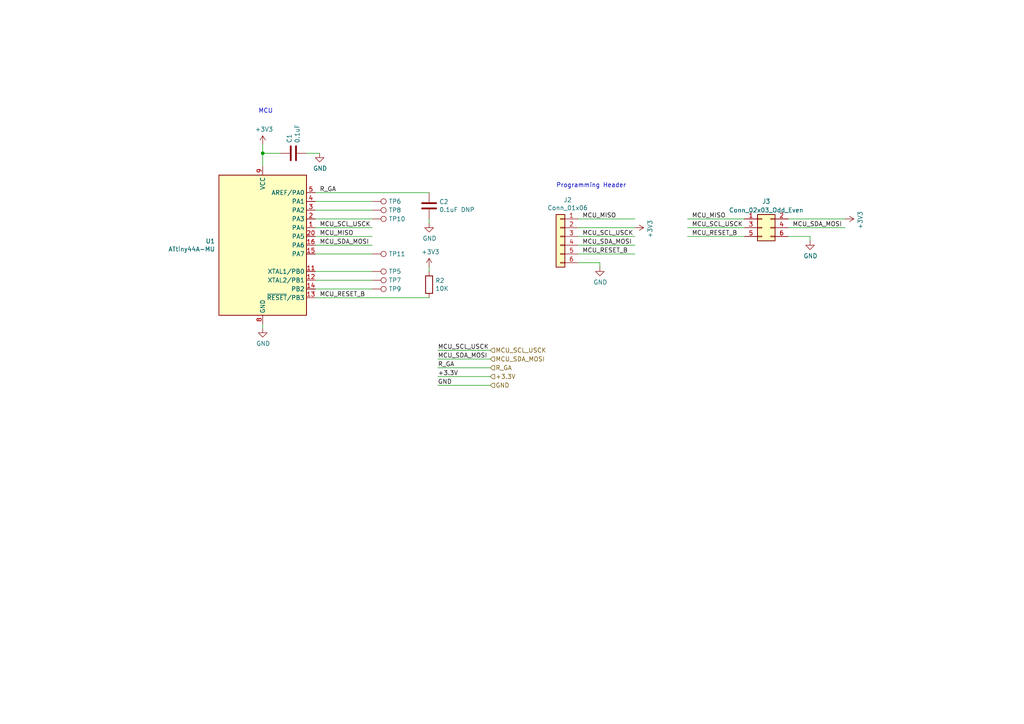
<source format=kicad_sch>
(kicad_sch (version 20230121) (generator eeschema)

  (uuid c9878050-6b92-4019-a874-cf7052b32e80)

  (paper "A4")

  (lib_symbols
    (symbol "Connector:TestPoint" (pin_numbers hide) (pin_names (offset 0.762) hide) (in_bom yes) (on_board yes)
      (property "Reference" "TP" (at 0 6.858 0)
        (effects (font (size 1.27 1.27)))
      )
      (property "Value" "TestPoint" (at 0 5.08 0)
        (effects (font (size 1.27 1.27)))
      )
      (property "Footprint" "" (at 5.08 0 0)
        (effects (font (size 1.27 1.27)) hide)
      )
      (property "Datasheet" "~" (at 5.08 0 0)
        (effects (font (size 1.27 1.27)) hide)
      )
      (property "ki_keywords" "test point tp" (at 0 0 0)
        (effects (font (size 1.27 1.27)) hide)
      )
      (property "ki_description" "test point" (at 0 0 0)
        (effects (font (size 1.27 1.27)) hide)
      )
      (property "ki_fp_filters" "Pin* Test*" (at 0 0 0)
        (effects (font (size 1.27 1.27)) hide)
      )
      (symbol "TestPoint_0_1"
        (circle (center 0 3.302) (radius 0.762)
          (stroke (width 0) (type default))
          (fill (type none))
        )
      )
      (symbol "TestPoint_1_1"
        (pin passive line (at 0 0 90) (length 2.54)
          (name "1" (effects (font (size 1.27 1.27))))
          (number "1" (effects (font (size 1.27 1.27))))
        )
      )
    )
    (symbol "Connector_Generic:Conn_01x06" (pin_names (offset 1.016) hide) (in_bom yes) (on_board yes)
      (property "Reference" "J" (at 0 7.62 0)
        (effects (font (size 1.27 1.27)))
      )
      (property "Value" "Conn_01x06" (at 0 -10.16 0)
        (effects (font (size 1.27 1.27)))
      )
      (property "Footprint" "" (at 0 0 0)
        (effects (font (size 1.27 1.27)) hide)
      )
      (property "Datasheet" "~" (at 0 0 0)
        (effects (font (size 1.27 1.27)) hide)
      )
      (property "ki_keywords" "connector" (at 0 0 0)
        (effects (font (size 1.27 1.27)) hide)
      )
      (property "ki_description" "Generic connector, single row, 01x06, script generated (kicad-library-utils/schlib/autogen/connector/)" (at 0 0 0)
        (effects (font (size 1.27 1.27)) hide)
      )
      (property "ki_fp_filters" "Connector*:*_1x??_*" (at 0 0 0)
        (effects (font (size 1.27 1.27)) hide)
      )
      (symbol "Conn_01x06_1_1"
        (rectangle (start -1.27 -7.493) (end 0 -7.747)
          (stroke (width 0.1524) (type default))
          (fill (type none))
        )
        (rectangle (start -1.27 -4.953) (end 0 -5.207)
          (stroke (width 0.1524) (type default))
          (fill (type none))
        )
        (rectangle (start -1.27 -2.413) (end 0 -2.667)
          (stroke (width 0.1524) (type default))
          (fill (type none))
        )
        (rectangle (start -1.27 0.127) (end 0 -0.127)
          (stroke (width 0.1524) (type default))
          (fill (type none))
        )
        (rectangle (start -1.27 2.667) (end 0 2.413)
          (stroke (width 0.1524) (type default))
          (fill (type none))
        )
        (rectangle (start -1.27 5.207) (end 0 4.953)
          (stroke (width 0.1524) (type default))
          (fill (type none))
        )
        (rectangle (start -1.27 6.35) (end 1.27 -8.89)
          (stroke (width 0.254) (type default))
          (fill (type background))
        )
        (pin passive line (at -5.08 5.08 0) (length 3.81)
          (name "Pin_1" (effects (font (size 1.27 1.27))))
          (number "1" (effects (font (size 1.27 1.27))))
        )
        (pin passive line (at -5.08 2.54 0) (length 3.81)
          (name "Pin_2" (effects (font (size 1.27 1.27))))
          (number "2" (effects (font (size 1.27 1.27))))
        )
        (pin passive line (at -5.08 0 0) (length 3.81)
          (name "Pin_3" (effects (font (size 1.27 1.27))))
          (number "3" (effects (font (size 1.27 1.27))))
        )
        (pin passive line (at -5.08 -2.54 0) (length 3.81)
          (name "Pin_4" (effects (font (size 1.27 1.27))))
          (number "4" (effects (font (size 1.27 1.27))))
        )
        (pin passive line (at -5.08 -5.08 0) (length 3.81)
          (name "Pin_5" (effects (font (size 1.27 1.27))))
          (number "5" (effects (font (size 1.27 1.27))))
        )
        (pin passive line (at -5.08 -7.62 0) (length 3.81)
          (name "Pin_6" (effects (font (size 1.27 1.27))))
          (number "6" (effects (font (size 1.27 1.27))))
        )
      )
    )
    (symbol "Connector_Generic:Conn_02x03_Odd_Even" (pin_names (offset 1.016) hide) (in_bom yes) (on_board yes)
      (property "Reference" "J" (at 1.27 5.08 0)
        (effects (font (size 1.27 1.27)))
      )
      (property "Value" "Conn_02x03_Odd_Even" (at 1.27 -5.08 0)
        (effects (font (size 1.27 1.27)))
      )
      (property "Footprint" "" (at 0 0 0)
        (effects (font (size 1.27 1.27)) hide)
      )
      (property "Datasheet" "~" (at 0 0 0)
        (effects (font (size 1.27 1.27)) hide)
      )
      (property "ki_keywords" "connector" (at 0 0 0)
        (effects (font (size 1.27 1.27)) hide)
      )
      (property "ki_description" "Generic connector, double row, 02x03, odd/even pin numbering scheme (row 1 odd numbers, row 2 even numbers), script generated (kicad-library-utils/schlib/autogen/connector/)" (at 0 0 0)
        (effects (font (size 1.27 1.27)) hide)
      )
      (property "ki_fp_filters" "Connector*:*_2x??_*" (at 0 0 0)
        (effects (font (size 1.27 1.27)) hide)
      )
      (symbol "Conn_02x03_Odd_Even_1_1"
        (rectangle (start -1.27 -2.413) (end 0 -2.667)
          (stroke (width 0.1524) (type default))
          (fill (type none))
        )
        (rectangle (start -1.27 0.127) (end 0 -0.127)
          (stroke (width 0.1524) (type default))
          (fill (type none))
        )
        (rectangle (start -1.27 2.667) (end 0 2.413)
          (stroke (width 0.1524) (type default))
          (fill (type none))
        )
        (rectangle (start -1.27 3.81) (end 3.81 -3.81)
          (stroke (width 0.254) (type default))
          (fill (type background))
        )
        (rectangle (start 3.81 -2.413) (end 2.54 -2.667)
          (stroke (width 0.1524) (type default))
          (fill (type none))
        )
        (rectangle (start 3.81 0.127) (end 2.54 -0.127)
          (stroke (width 0.1524) (type default))
          (fill (type none))
        )
        (rectangle (start 3.81 2.667) (end 2.54 2.413)
          (stroke (width 0.1524) (type default))
          (fill (type none))
        )
        (pin passive line (at -5.08 2.54 0) (length 3.81)
          (name "Pin_1" (effects (font (size 1.27 1.27))))
          (number "1" (effects (font (size 1.27 1.27))))
        )
        (pin passive line (at 7.62 2.54 180) (length 3.81)
          (name "Pin_2" (effects (font (size 1.27 1.27))))
          (number "2" (effects (font (size 1.27 1.27))))
        )
        (pin passive line (at -5.08 0 0) (length 3.81)
          (name "Pin_3" (effects (font (size 1.27 1.27))))
          (number "3" (effects (font (size 1.27 1.27))))
        )
        (pin passive line (at 7.62 0 180) (length 3.81)
          (name "Pin_4" (effects (font (size 1.27 1.27))))
          (number "4" (effects (font (size 1.27 1.27))))
        )
        (pin passive line (at -5.08 -2.54 0) (length 3.81)
          (name "Pin_5" (effects (font (size 1.27 1.27))))
          (number "5" (effects (font (size 1.27 1.27))))
        )
        (pin passive line (at 7.62 -2.54 180) (length 3.81)
          (name "Pin_6" (effects (font (size 1.27 1.27))))
          (number "6" (effects (font (size 1.27 1.27))))
        )
      )
    )
    (symbol "Device:C" (pin_numbers hide) (pin_names (offset 0.254)) (in_bom yes) (on_board yes)
      (property "Reference" "C" (at 0.635 2.54 0)
        (effects (font (size 1.27 1.27)) (justify left))
      )
      (property "Value" "C" (at 0.635 -2.54 0)
        (effects (font (size 1.27 1.27)) (justify left))
      )
      (property "Footprint" "" (at 0.9652 -3.81 0)
        (effects (font (size 1.27 1.27)) hide)
      )
      (property "Datasheet" "~" (at 0 0 0)
        (effects (font (size 1.27 1.27)) hide)
      )
      (property "ki_keywords" "cap capacitor" (at 0 0 0)
        (effects (font (size 1.27 1.27)) hide)
      )
      (property "ki_description" "Unpolarized capacitor" (at 0 0 0)
        (effects (font (size 1.27 1.27)) hide)
      )
      (property "ki_fp_filters" "C_*" (at 0 0 0)
        (effects (font (size 1.27 1.27)) hide)
      )
      (symbol "C_0_1"
        (polyline
          (pts
            (xy -2.032 -0.762)
            (xy 2.032 -0.762)
          )
          (stroke (width 0.508) (type default))
          (fill (type none))
        )
        (polyline
          (pts
            (xy -2.032 0.762)
            (xy 2.032 0.762)
          )
          (stroke (width 0.508) (type default))
          (fill (type none))
        )
      )
      (symbol "C_1_1"
        (pin passive line (at 0 3.81 270) (length 2.794)
          (name "~" (effects (font (size 1.27 1.27))))
          (number "1" (effects (font (size 1.27 1.27))))
        )
        (pin passive line (at 0 -3.81 90) (length 2.794)
          (name "~" (effects (font (size 1.27 1.27))))
          (number "2" (effects (font (size 1.27 1.27))))
        )
      )
    )
    (symbol "Device:R" (pin_numbers hide) (pin_names (offset 0)) (in_bom yes) (on_board yes)
      (property "Reference" "R" (at 2.032 0 90)
        (effects (font (size 1.27 1.27)))
      )
      (property "Value" "R" (at 0 0 90)
        (effects (font (size 1.27 1.27)))
      )
      (property "Footprint" "" (at -1.778 0 90)
        (effects (font (size 1.27 1.27)) hide)
      )
      (property "Datasheet" "~" (at 0 0 0)
        (effects (font (size 1.27 1.27)) hide)
      )
      (property "ki_keywords" "R res resistor" (at 0 0 0)
        (effects (font (size 1.27 1.27)) hide)
      )
      (property "ki_description" "Resistor" (at 0 0 0)
        (effects (font (size 1.27 1.27)) hide)
      )
      (property "ki_fp_filters" "R_*" (at 0 0 0)
        (effects (font (size 1.27 1.27)) hide)
      )
      (symbol "R_0_1"
        (rectangle (start -1.016 -2.54) (end 1.016 2.54)
          (stroke (width 0.254) (type default))
          (fill (type none))
        )
      )
      (symbol "R_1_1"
        (pin passive line (at 0 3.81 270) (length 1.27)
          (name "~" (effects (font (size 1.27 1.27))))
          (number "1" (effects (font (size 1.27 1.27))))
        )
        (pin passive line (at 0 -3.81 90) (length 1.27)
          (name "~" (effects (font (size 1.27 1.27))))
          (number "2" (effects (font (size 1.27 1.27))))
        )
      )
    )
    (symbol "SZG-TEMPLATE-TXR-rescue:+3.3V-power" (power) (pin_names (offset 0)) (in_bom yes) (on_board yes)
      (property "Reference" "#PWR" (at 0 -3.81 0)
        (effects (font (size 1.27 1.27)) hide)
      )
      (property "Value" "+3.3V-power" (at 0 3.556 0)
        (effects (font (size 1.27 1.27)))
      )
      (property "Footprint" "" (at 0 0 0)
        (effects (font (size 1.27 1.27)) hide)
      )
      (property "Datasheet" "" (at 0 0 0)
        (effects (font (size 1.27 1.27)) hide)
      )
      (symbol "+3.3V-power_0_1"
        (polyline
          (pts
            (xy -0.762 1.27)
            (xy 0 2.54)
          )
          (stroke (width 0) (type default))
          (fill (type none))
        )
        (polyline
          (pts
            (xy 0 0)
            (xy 0 2.54)
          )
          (stroke (width 0) (type default))
          (fill (type none))
        )
        (polyline
          (pts
            (xy 0 2.54)
            (xy 0.762 1.27)
          )
          (stroke (width 0) (type default))
          (fill (type none))
        )
      )
      (symbol "+3.3V-power_1_1"
        (pin power_in line (at 0 0 90) (length 0) hide
          (name "+3V3" (effects (font (size 1.27 1.27))))
          (number "1" (effects (font (size 1.27 1.27))))
        )
      )
    )
    (symbol "SZG-TEMPLATE-TXR:ATtiny44A-MU-MCU_Microchip_ATtiny" (in_bom yes) (on_board yes)
      (property "Reference" "U" (at -12.7 21.59 0)
        (effects (font (size 1.27 1.27)) (justify left bottom))
      )
      (property "Value" "ATtiny44A-MU-MCU_Microchip_ATtiny" (at 2.54 -21.59 0)
        (effects (font (size 1.27 1.27)) (justify left top))
      )
      (property "Footprint" "Package_DFN_QFN:QFN-20-1EP_4x4mm_P0.5mm_EP2.6x2.6mm" (at 0 0 0)
        (effects (font (size 1.27 1.27) italic) hide)
      )
      (property "Datasheet" "" (at 0 0 0)
        (effects (font (size 1.27 1.27)) hide)
      )
      (property "ki_fp_filters" "QFN*1EP*4x4mm*P0.5mm*" (at 0 0 0)
        (effects (font (size 1.27 1.27)) hide)
      )
      (symbol "ATtiny44A-MU-MCU_Microchip_ATtiny_0_1"
        (rectangle (start -12.7 -20.32) (end 12.7 20.32)
          (stroke (width 0.254) (type default))
          (fill (type background))
        )
      )
      (symbol "ATtiny44A-MU-MCU_Microchip_ATtiny_1_1"
        (pin bidirectional line (at 15.24 5.08 180) (length 2.54)
          (name "PA4" (effects (font (size 1.27 1.27))))
          (number "1" (effects (font (size 1.27 1.27))))
        )
        (pin no_connect line (at -12.7 -10.16 0) (length 2.54) hide
          (name "NC" (effects (font (size 1.27 1.27))))
          (number "10" (effects (font (size 1.27 1.27))))
        )
        (pin bidirectional line (at 15.24 -7.62 180) (length 2.54)
          (name "XTAL1/PB0" (effects (font (size 1.27 1.27))))
          (number "11" (effects (font (size 1.27 1.27))))
        )
        (pin bidirectional line (at 15.24 -10.16 180) (length 2.54)
          (name "XTAL2/PB1" (effects (font (size 1.27 1.27))))
          (number "12" (effects (font (size 1.27 1.27))))
        )
        (pin bidirectional line (at 15.24 -15.24 180) (length 2.54)
          (name "~{RESET}/PB3" (effects (font (size 1.27 1.27))))
          (number "13" (effects (font (size 1.27 1.27))))
        )
        (pin bidirectional line (at 15.24 -12.7 180) (length 2.54)
          (name "PB2" (effects (font (size 1.27 1.27))))
          (number "14" (effects (font (size 1.27 1.27))))
        )
        (pin bidirectional line (at 15.24 -2.54 180) (length 2.54)
          (name "PA7" (effects (font (size 1.27 1.27))))
          (number "15" (effects (font (size 1.27 1.27))))
        )
        (pin bidirectional line (at 15.24 0 180) (length 2.54)
          (name "PA6" (effects (font (size 1.27 1.27))))
          (number "16" (effects (font (size 1.27 1.27))))
        )
        (pin no_connect line (at -12.7 -12.7 0) (length 2.54) hide
          (name "NC" (effects (font (size 1.27 1.27))))
          (number "17" (effects (font (size 1.27 1.27))))
        )
        (pin no_connect line (at -12.7 -15.24 0) (length 2.54) hide
          (name "NC" (effects (font (size 1.27 1.27))))
          (number "18" (effects (font (size 1.27 1.27))))
        )
        (pin no_connect line (at -12.7 -17.78 0) (length 2.54) hide
          (name "NC" (effects (font (size 1.27 1.27))))
          (number "19" (effects (font (size 1.27 1.27))))
        )
        (pin bidirectional line (at 15.24 7.62 180) (length 2.54)
          (name "PA3" (effects (font (size 1.27 1.27))))
          (number "2" (effects (font (size 1.27 1.27))))
        )
        (pin bidirectional line (at 15.24 2.54 180) (length 2.54)
          (name "PA5" (effects (font (size 1.27 1.27))))
          (number "20" (effects (font (size 1.27 1.27))))
        )
        (pin passive line (at 0 -22.86 90) (length 2.54) hide
          (name "GND" (effects (font (size 1.27 1.27))))
          (number "21" (effects (font (size 1.27 1.27))))
        )
        (pin bidirectional line (at 15.24 10.16 180) (length 2.54)
          (name "PA2" (effects (font (size 1.27 1.27))))
          (number "3" (effects (font (size 1.27 1.27))))
        )
        (pin bidirectional line (at 15.24 12.7 180) (length 2.54)
          (name "PA1" (effects (font (size 1.27 1.27))))
          (number "4" (effects (font (size 1.27 1.27))))
        )
        (pin bidirectional line (at 15.24 15.24 180) (length 2.54)
          (name "AREF/PA0" (effects (font (size 1.27 1.27))))
          (number "5" (effects (font (size 1.27 1.27))))
        )
        (pin no_connect line (at -12.7 -5.08 0) (length 2.54) hide
          (name "NC" (effects (font (size 1.27 1.27))))
          (number "6" (effects (font (size 1.27 1.27))))
        )
        (pin no_connect line (at -12.7 -7.62 0) (length 2.54) hide
          (name "NC" (effects (font (size 1.27 1.27))))
          (number "7" (effects (font (size 1.27 1.27))))
        )
        (pin power_in line (at 0 -22.86 90) (length 2.54)
          (name "GND" (effects (font (size 1.27 1.27))))
          (number "8" (effects (font (size 1.27 1.27))))
        )
        (pin power_in line (at 0 22.86 270) (length 2.54)
          (name "VCC" (effects (font (size 1.27 1.27))))
          (number "9" (effects (font (size 1.27 1.27))))
        )
      )
    )
    (symbol "power:GND" (power) (pin_names (offset 0)) (in_bom yes) (on_board yes)
      (property "Reference" "#PWR" (at 0 -6.35 0)
        (effects (font (size 1.27 1.27)) hide)
      )
      (property "Value" "GND" (at 0 -3.81 0)
        (effects (font (size 1.27 1.27)))
      )
      (property "Footprint" "" (at 0 0 0)
        (effects (font (size 1.27 1.27)) hide)
      )
      (property "Datasheet" "" (at 0 0 0)
        (effects (font (size 1.27 1.27)) hide)
      )
      (property "ki_keywords" "power-flag" (at 0 0 0)
        (effects (font (size 1.27 1.27)) hide)
      )
      (property "ki_description" "Power symbol creates a global label with name \"GND\" , ground" (at 0 0 0)
        (effects (font (size 1.27 1.27)) hide)
      )
      (symbol "GND_0_1"
        (polyline
          (pts
            (xy 0 0)
            (xy 0 -1.27)
            (xy 1.27 -1.27)
            (xy 0 -2.54)
            (xy -1.27 -1.27)
            (xy 0 -1.27)
          )
          (stroke (width 0) (type default))
          (fill (type none))
        )
      )
      (symbol "GND_1_1"
        (pin power_in line (at 0 0 270) (length 0) hide
          (name "GND" (effects (font (size 1.27 1.27))))
          (number "1" (effects (font (size 1.27 1.27))))
        )
      )
    )
  )

  (junction (at 76.2 44.45) (diameter 0) (color 0 0 0 0)
    (uuid d8b7503d-7043-4bcc-9f33-61bb487bfa91)
  )

  (wire (pts (xy 167.64 66.04) (xy 184.15 66.04))
    (stroke (width 0) (type default))
    (uuid 0252c31d-97e2-4744-864b-33ab84bfe219)
  )
  (wire (pts (xy 76.2 41.91) (xy 76.2 44.45))
    (stroke (width 0) (type default))
    (uuid 04316c14-cea1-4d11-bf97-9c0807cf4564)
  )
  (wire (pts (xy 167.64 71.12) (xy 184.15 71.12))
    (stroke (width 0) (type default))
    (uuid 0731dd23-bc23-42ce-a3e9-47fcccd93c67)
  )
  (wire (pts (xy 228.6 66.04) (xy 245.11 66.04))
    (stroke (width 0) (type default))
    (uuid 07de7e9b-4d56-4fa3-b480-eeb7f0bcf908)
  )
  (wire (pts (xy 91.44 78.74) (xy 107.95 78.74))
    (stroke (width 0) (type default))
    (uuid 0a65c1f2-6191-48e5-ae32-781ac4d14338)
  )
  (wire (pts (xy 234.95 68.58) (xy 234.95 69.85))
    (stroke (width 0) (type default))
    (uuid 14cc3ff7-0904-4de9-9ac5-5d79e8e8fc4d)
  )
  (wire (pts (xy 91.44 86.36) (xy 124.46 86.36))
    (stroke (width 0) (type default))
    (uuid 1de655b5-f523-4c0f-b1fa-8c5bb63c5641)
  )
  (wire (pts (xy 199.39 68.58) (xy 215.9 68.58))
    (stroke (width 0) (type default))
    (uuid 219f9bba-77f5-4d9a-8408-ccb0b7f1c6c9)
  )
  (wire (pts (xy 127 106.68) (xy 142.24 106.68))
    (stroke (width 0) (type default))
    (uuid 27e98293-6c87-4a16-a3ad-43e9377ab0af)
  )
  (wire (pts (xy 88.9 44.45) (xy 92.71 44.45))
    (stroke (width 0) (type default))
    (uuid 316bc335-9201-41c4-a1f5-b821ab2ed098)
  )
  (wire (pts (xy 228.6 63.5) (xy 245.11 63.5))
    (stroke (width 0) (type default))
    (uuid 405e4819-bb2c-4dda-947c-7651ed182908)
  )
  (wire (pts (xy 76.2 95.25) (xy 76.2 93.98))
    (stroke (width 0) (type default))
    (uuid 40e683db-8392-4bcd-b307-317e8897ca7a)
  )
  (wire (pts (xy 107.95 73.66) (xy 91.44 73.66))
    (stroke (width 0) (type default))
    (uuid 43ad21ee-f4c6-4cb4-a607-ab8eceb55e15)
  )
  (wire (pts (xy 107.95 81.28) (xy 91.44 81.28))
    (stroke (width 0) (type default))
    (uuid 5460d652-f796-4491-8e8c-a7c5080e5cf5)
  )
  (wire (pts (xy 124.46 55.88) (xy 91.44 55.88))
    (stroke (width 0) (type default))
    (uuid 5ef91175-1f38-4a6b-9682-faac5ed8de36)
  )
  (wire (pts (xy 107.95 60.96) (xy 91.44 60.96))
    (stroke (width 0) (type default))
    (uuid 614a4246-da7e-4af0-83b2-28016b9c301d)
  )
  (wire (pts (xy 127 101.6) (xy 142.24 101.6))
    (stroke (width 0) (type default))
    (uuid 6475bc60-924d-4a61-b49a-35c7a1c90b25)
  )
  (wire (pts (xy 91.44 66.04) (xy 107.95 66.04))
    (stroke (width 0) (type default))
    (uuid 67f03437-36e2-45ff-89b1-35d6a5ae79b7)
  )
  (wire (pts (xy 91.44 63.5) (xy 107.95 63.5))
    (stroke (width 0) (type default))
    (uuid 92ca70ef-5c73-4c12-891e-b1f0b4003d2c)
  )
  (wire (pts (xy 199.39 66.04) (xy 215.9 66.04))
    (stroke (width 0) (type default))
    (uuid 9504b133-4947-40e7-af48-c33939c7c712)
  )
  (wire (pts (xy 127 111.76) (xy 142.24 111.76))
    (stroke (width 0) (type default))
    (uuid 95dbb46b-ef30-4ef8-a78e-9eec5bf93453)
  )
  (wire (pts (xy 199.39 63.5) (xy 215.9 63.5))
    (stroke (width 0) (type default))
    (uuid 9a233066-23b3-4d15-9364-d4eadc6e9b41)
  )
  (wire (pts (xy 91.44 83.82) (xy 107.95 83.82))
    (stroke (width 0) (type default))
    (uuid a0f37aa4-aa0e-4fdf-85f5-f0f657f8a544)
  )
  (wire (pts (xy 228.6 68.58) (xy 234.95 68.58))
    (stroke (width 0) (type default))
    (uuid abe401ec-c1b2-4199-b99e-5004863addcf)
  )
  (wire (pts (xy 167.64 68.58) (xy 184.15 68.58))
    (stroke (width 0) (type default))
    (uuid ac9c3cac-ecd8-49f1-b343-b8ec99131335)
  )
  (wire (pts (xy 167.64 63.5) (xy 184.15 63.5))
    (stroke (width 0) (type default))
    (uuid af209d09-d1f3-474e-91ce-8bacc80c1540)
  )
  (wire (pts (xy 127 109.22) (xy 142.24 109.22))
    (stroke (width 0) (type default))
    (uuid bd485fd8-ec28-492e-9013-604f863f7373)
  )
  (wire (pts (xy 124.46 78.74) (xy 124.46 77.47))
    (stroke (width 0) (type default))
    (uuid c755361b-583c-4b45-aa59-0b8117eeec2e)
  )
  (wire (pts (xy 173.99 76.2) (xy 173.99 77.47))
    (stroke (width 0) (type default))
    (uuid cd4885ad-9dbb-4c45-a4ed-f0035f145ab8)
  )
  (wire (pts (xy 91.44 58.42) (xy 107.95 58.42))
    (stroke (width 0) (type default))
    (uuid cecc5b78-06a4-47cd-980e-9d4328a0697d)
  )
  (wire (pts (xy 91.44 71.12) (xy 107.95 71.12))
    (stroke (width 0) (type default))
    (uuid d0e1a819-03bc-479d-996c-f3ec1194dfc1)
  )
  (wire (pts (xy 167.64 76.2) (xy 173.99 76.2))
    (stroke (width 0) (type default))
    (uuid d36edb19-0be1-4c80-b360-78f3307ce1bf)
  )
  (wire (pts (xy 91.44 68.58) (xy 107.95 68.58))
    (stroke (width 0) (type default))
    (uuid dc835d65-1596-495f-94ec-5d45f18e3295)
  )
  (wire (pts (xy 167.64 73.66) (xy 184.15 73.66))
    (stroke (width 0) (type default))
    (uuid e7c7906d-6be5-4bd5-bfee-bd6f8f19793d)
  )
  (wire (pts (xy 76.2 44.45) (xy 76.2 48.26))
    (stroke (width 0) (type default))
    (uuid eac691f4-eb9f-46a2-9c5d-012aacf27f62)
  )
  (wire (pts (xy 127 104.14) (xy 142.24 104.14))
    (stroke (width 0) (type default))
    (uuid ed1cd4e0-f793-48d8-962b-5d59d15495b5)
  )
  (wire (pts (xy 124.46 63.5) (xy 124.46 64.77))
    (stroke (width 0) (type default))
    (uuid f8b97e5c-f742-4cf3-be11-bb30ec7958f9)
  )
  (wire (pts (xy 76.2 44.45) (xy 81.28 44.45))
    (stroke (width 0) (type default))
    (uuid fd8e1397-a1b4-45f8-9117-8f81e3854384)
  )

  (text "Programming Header" (at 161.29 54.61 0)
    (effects (font (size 1.27 1.27)) (justify left bottom))
    (uuid 25c4f0b8-f587-49e5-a501-5084f3b8654b)
  )
  (text "MCU" (at 74.93 33.02 0)
    (effects (font (size 1.27 1.27)) (justify left bottom))
    (uuid 68e5a34c-76b2-4483-ad37-8ad2ab9afc98)
  )

  (label "R_GA" (at 127 106.68 0) (fields_autoplaced)
    (effects (font (size 1.27 1.27)) (justify left bottom))
    (uuid 2218d6e0-28b6-4dbc-aab4-033ffb41fa90)
  )
  (label "GND" (at 127 111.76 0) (fields_autoplaced)
    (effects (font (size 1.27 1.27)) (justify left bottom))
    (uuid 2c92da3f-4498-4155-92b9-672050a30049)
  )
  (label "R_GA" (at 92.71 55.88 0) (fields_autoplaced)
    (effects (font (size 1.27 1.27)) (justify left bottom))
    (uuid 2f59428b-5c65-4a43-a3eb-052aeb008b63)
  )
  (label "MCU_RESET_B" (at 92.71 86.36 0) (fields_autoplaced)
    (effects (font (size 1.27 1.27)) (justify left bottom))
    (uuid 35b47937-c178-41bf-adf0-2bb8ba9ab0fa)
  )
  (label "MCU_SDA_MOSI" (at 229.87 66.04 0) (fields_autoplaced)
    (effects (font (size 1.27 1.27)) (justify left bottom))
    (uuid 48e2f29b-a0f6-4f70-a760-7936d49b0cdd)
  )
  (label "MCU_SCL_USCK" (at 200.66 66.04 0) (fields_autoplaced)
    (effects (font (size 1.27 1.27)) (justify left bottom))
    (uuid 5695398e-ffc9-4a43-ba8e-3f097cf2e543)
  )
  (label "MCU_SDA_MOSI" (at 92.71 71.12 0) (fields_autoplaced)
    (effects (font (size 1.27 1.27)) (justify left bottom))
    (uuid 6af4a880-0733-4601-89db-ef6732bd062e)
  )
  (label "MCU_MISO" (at 200.66 63.5 0) (fields_autoplaced)
    (effects (font (size 1.27 1.27)) (justify left bottom))
    (uuid 6d0a2cd4-af07-43c6-ba5a-a15165a54a33)
  )
  (label "MCU_SCL_USCK" (at 168.91 68.58 0) (fields_autoplaced)
    (effects (font (size 1.27 1.27)) (justify left bottom))
    (uuid 7d20fa17-6e33-4709-b395-3e260b4c2758)
  )
  (label "MCU_SCL_USCK" (at 127 101.6 0) (fields_autoplaced)
    (effects (font (size 1.27 1.27)) (justify left bottom))
    (uuid 8378384e-cee4-4161-9965-de941f2874f4)
  )
  (label "MCU_MISO" (at 92.71 68.58 0) (fields_autoplaced)
    (effects (font (size 1.27 1.27)) (justify left bottom))
    (uuid 86630658-56ab-42f5-a85c-e93248a8fc60)
  )
  (label "MCU_SDA_MOSI" (at 168.91 71.12 0) (fields_autoplaced)
    (effects (font (size 1.27 1.27)) (justify left bottom))
    (uuid 8da71e86-9e69-4c3d-a603-0ba0556af9f5)
  )
  (label "MCU_SCL_USCK" (at 92.71 66.04 0) (fields_autoplaced)
    (effects (font (size 1.27 1.27)) (justify left bottom))
    (uuid 9c3dddbe-b5c3-41ec-811f-ee91365e8b50)
  )
  (label "MCU_SDA_MOSI" (at 127 104.14 0) (fields_autoplaced)
    (effects (font (size 1.27 1.27)) (justify left bottom))
    (uuid b54c0094-75ac-485b-b39e-ab49ed427523)
  )
  (label "MCU_RESET_B" (at 200.66 68.58 0) (fields_autoplaced)
    (effects (font (size 1.27 1.27)) (justify left bottom))
    (uuid b721e842-f3c3-4348-a950-ed3f18e2556b)
  )
  (label "MCU_MISO" (at 168.91 63.5 0) (fields_autoplaced)
    (effects (font (size 1.27 1.27)) (justify left bottom))
    (uuid c146a580-56a8-4716-bcb1-0c71474d446e)
  )
  (label "MCU_RESET_B" (at 168.91 73.66 0) (fields_autoplaced)
    (effects (font (size 1.27 1.27)) (justify left bottom))
    (uuid dd10b287-e3ec-4fc5-86e1-e870def8f2ed)
  )
  (label "+3.3V" (at 127 109.22 0) (fields_autoplaced)
    (effects (font (size 1.27 1.27)) (justify left bottom))
    (uuid e1ed6a1a-00c9-45c2-ad12-452e64931164)
  )

  (hierarchical_label "+3.3V" (shape input) (at 142.24 109.22 0) (fields_autoplaced)
    (effects (font (size 1.27 1.27)) (justify left))
    (uuid 14978f22-8d2f-41c2-873b-2c9a68cff28c)
  )
  (hierarchical_label "MCU_SDA_MOSI" (shape input) (at 142.24 104.14 0) (fields_autoplaced)
    (effects (font (size 1.27 1.27)) (justify left))
    (uuid 653ac982-9380-4c5f-956c-63b93f643d86)
  )
  (hierarchical_label "GND" (shape input) (at 142.24 111.76 0) (fields_autoplaced)
    (effects (font (size 1.27 1.27)) (justify left))
    (uuid 69240ea1-bc4d-4013-b1ae-5870dba644f7)
  )
  (hierarchical_label "MCU_SCL_USCK" (shape input) (at 142.24 101.6 0) (fields_autoplaced)
    (effects (font (size 1.27 1.27)) (justify left))
    (uuid 934d74f6-9227-4952-9a86-ab58f3c0be3b)
  )
  (hierarchical_label "R_GA" (shape input) (at 142.24 106.68 0) (fields_autoplaced)
    (effects (font (size 1.27 1.27)) (justify left))
    (uuid f9620355-0680-45df-9784-360fe91fda04)
  )

  (symbol (lib_id "Connector_Generic:Conn_01x06") (at 162.56 68.58 0) (mirror y) (unit 1)
    (in_bom yes) (on_board yes) (dnp no)
    (uuid 08b10cbb-29af-474b-a20f-3b40baaa09bb)
    (property "Reference" "J2" (at 164.6428 57.9882 0)
      (effects (font (size 1.27 1.27)))
    )
    (property "Value" "Conn_01x06" (at 164.6428 60.2996 0)
      (effects (font (size 1.27 1.27)))
    )
    (property "Footprint" "SYZYGY:Tag-Connect_TC2030-IDC-FP_2x03_P1.27mm_Vertical" (at 162.56 68.58 0)
      (effects (font (size 1.27 1.27)) hide)
    )
    (property "Datasheet" "~" (at 162.56 68.58 0)
      (effects (font (size 1.27 1.27)) hide)
    )
    (property "Manufacturer" "N/A" (at 162.56 68.58 0)
      (effects (font (size 1.27 1.27)) hide)
    )
    (property "Manufacturer_PN" "Part of PCB" (at 162.56 68.58 0)
      (effects (font (size 1.27 1.27)) hide)
    )
    (pin "1" (uuid 37344af5-72cf-4564-a8c1-3c2db2502437))
    (pin "2" (uuid 66fb5013-c508-4a06-bd1e-9118aa3092cf))
    (pin "3" (uuid 32d17491-5f89-42e3-9d8b-76d4bd61eddc))
    (pin "4" (uuid 359a467b-b8ae-42c4-a43e-ff49348786aa))
    (pin "5" (uuid bc3c4470-318f-468e-b770-719ef4c682e3))
    (pin "6" (uuid 30fc545a-028c-475e-86f7-76a30506da0f))
    (instances
      (project "SZG-SDI-12G-Fire"
        (path "/eea789ae-9771-4cf9-a220-ca54a61ce6f6"
          (reference "J2") (unit 1)
        )
        (path "/eea789ae-9771-4cf9-a220-ca54a61ce6f6/e9760256-019f-4efa-99ff-0d9d051ecc24"
          (reference "J2") (unit 1)
        )
      )
    )
  )

  (symbol (lib_id "Connector:TestPoint") (at 107.95 63.5 270) (unit 1)
    (in_bom yes) (on_board yes) (dnp no)
    (uuid 2727343a-9c0d-407a-ae47-971a8ce97c6b)
    (property "Reference" "TP10" (at 112.7252 63.5 90)
      (effects (font (size 1.27 1.27)) (justify left))
    )
    (property "Value" "TestPoint" (at 112.7252 64.643 90)
      (effects (font (size 1.27 1.27)) (justify left) hide)
    )
    (property "Footprint" "SYZYGY:TestPoint-20mil" (at 107.95 68.58 0)
      (effects (font (size 1.27 1.27)) hide)
    )
    (property "Datasheet" "~" (at 107.95 68.58 0)
      (effects (font (size 1.27 1.27)) hide)
    )
    (property "Manufacturer" "N/A" (at 107.95 63.5 0)
      (effects (font (size 1.27 1.27)) hide)
    )
    (property "Manufacturer_PN" "Part of PCB" (at 107.95 63.5 0)
      (effects (font (size 1.27 1.27)) hide)
    )
    (pin "1" (uuid 5914a7a0-6c4d-4541-b399-cbae65643fa0))
    (instances
      (project "SZG-SDI-12G-Fire"
        (path "/eea789ae-9771-4cf9-a220-ca54a61ce6f6"
          (reference "TP10") (unit 1)
        )
        (path "/eea789ae-9771-4cf9-a220-ca54a61ce6f6/e9760256-019f-4efa-99ff-0d9d051ecc24"
          (reference "TP3") (unit 1)
        )
      )
    )
  )

  (symbol (lib_id "SZG-TEMPLATE-TXR-rescue:+3.3V-power") (at 76.2 41.91 0) (unit 1)
    (in_bom yes) (on_board yes) (dnp no)
    (uuid 32f427fc-e952-431c-87f2-150dcf2402d6)
    (property "Reference" "#PWR0108" (at 76.2 45.72 0)
      (effects (font (size 1.27 1.27)) hide)
    )
    (property "Value" "+3.3V" (at 76.581 37.5158 0)
      (effects (font (size 1.27 1.27)))
    )
    (property "Footprint" "" (at 76.2 41.91 0)
      (effects (font (size 1.27 1.27)) hide)
    )
    (property "Datasheet" "" (at 76.2 41.91 0)
      (effects (font (size 1.27 1.27)) hide)
    )
    (pin "1" (uuid 41e0b7d3-b915-4be9-97c6-34b2d1a2076c))
    (instances
      (project "SZG-SDI-12G-Fire"
        (path "/eea789ae-9771-4cf9-a220-ca54a61ce6f6"
          (reference "#PWR0108") (unit 1)
        )
        (path "/eea789ae-9771-4cf9-a220-ca54a61ce6f6/e9760256-019f-4efa-99ff-0d9d051ecc24"
          (reference "#PWR01") (unit 1)
        )
      )
    )
  )

  (symbol (lib_id "power:GND") (at 124.46 64.77 0) (unit 1)
    (in_bom yes) (on_board yes) (dnp no)
    (uuid 3fe62aaa-2b53-4063-9d6c-ff34b07cf9c4)
    (property "Reference" "#PWR0107" (at 124.46 71.12 0)
      (effects (font (size 1.27 1.27)) hide)
    )
    (property "Value" "GND" (at 124.587 69.1642 0)
      (effects (font (size 1.27 1.27)))
    )
    (property "Footprint" "" (at 124.46 64.77 0)
      (effects (font (size 1.27 1.27)) hide)
    )
    (property "Datasheet" "" (at 124.46 64.77 0)
      (effects (font (size 1.27 1.27)) hide)
    )
    (pin "1" (uuid 73418c23-6b06-4fd7-a974-f86cf68e0ce7))
    (instances
      (project "SZG-SDI-12G-Fire"
        (path "/eea789ae-9771-4cf9-a220-ca54a61ce6f6"
          (reference "#PWR0107") (unit 1)
        )
        (path "/eea789ae-9771-4cf9-a220-ca54a61ce6f6/e9760256-019f-4efa-99ff-0d9d051ecc24"
          (reference "#PWR03") (unit 1)
        )
      )
    )
  )

  (symbol (lib_id "Device:R") (at 124.46 82.55 0) (unit 1)
    (in_bom yes) (on_board yes) (dnp no)
    (uuid 49ccd75a-a907-4afd-bd80-c9e461acb3f3)
    (property "Reference" "R2" (at 126.238 81.3816 0)
      (effects (font (size 1.27 1.27)) (justify left))
    )
    (property "Value" "10K" (at 126.238 83.693 0)
      (effects (font (size 1.27 1.27)) (justify left))
    )
    (property "Footprint" "Resistor_SMD:R_0402_1005Metric" (at 122.682 82.55 90)
      (effects (font (size 1.27 1.27)) hide)
    )
    (property "Datasheet" "~" (at 124.46 82.55 0)
      (effects (font (size 1.27 1.27)) hide)
    )
    (pin "1" (uuid 7107b6ee-7665-43ff-9043-4296caaebd96))
    (pin "2" (uuid 1519af6d-1614-4e01-9d06-3de181a74068))
    (instances
      (project "SZG-SDI-12G-Fire"
        (path "/eea789ae-9771-4cf9-a220-ca54a61ce6f6"
          (reference "R2") (unit 1)
        )
        (path "/eea789ae-9771-4cf9-a220-ca54a61ce6f6/e9760256-019f-4efa-99ff-0d9d051ecc24"
          (reference "R2") (unit 1)
        )
      )
    )
  )

  (symbol (lib_id "Connector_Generic:Conn_02x03_Odd_Even") (at 220.98 66.04 0) (unit 1)
    (in_bom yes) (on_board yes) (dnp no) (fields_autoplaced)
    (uuid 4c6bd8b9-a681-4cfd-a5ad-c7725785d2e5)
    (property "Reference" "J3" (at 222.25 58.42 0)
      (effects (font (size 1.27 1.27)))
    )
    (property "Value" "Conn_02x03_Odd_Even" (at 222.25 60.96 0)
      (effects (font (size 1.27 1.27)))
    )
    (property "Footprint" "Connector_PinHeader_2.54mm:PinHeader_2x03_P2.54mm_Vertical" (at 220.98 66.04 0)
      (effects (font (size 1.27 1.27)) hide)
    )
    (property "Datasheet" "~" (at 220.98 66.04 0)
      (effects (font (size 1.27 1.27)) hide)
    )
    (pin "1" (uuid 7fadf636-788a-4773-a451-5dcaa3bfde2e))
    (pin "2" (uuid db9ec8b0-be8a-441c-b929-0c79a96f52ce))
    (pin "3" (uuid 123f2211-a972-44a3-a167-e577d234a71d))
    (pin "4" (uuid a21a7e46-32f2-42ac-b4f2-fc0a854985d5))
    (pin "5" (uuid e4555972-b22a-4535-a647-32c40b4b2b37))
    (pin "6" (uuid c6981c74-a76e-4ae9-ad2c-b8624430630e))
    (instances
      (project "SZG-SDI-12G-Fire"
        (path "/eea789ae-9771-4cf9-a220-ca54a61ce6f6/e9760256-019f-4efa-99ff-0d9d051ecc24"
          (reference "J3") (unit 1)
        )
      )
    )
  )

  (symbol (lib_id "Connector:TestPoint") (at 107.95 73.66 270) (unit 1)
    (in_bom yes) (on_board yes) (dnp no)
    (uuid 59eedda2-07da-41cf-acc8-f932e6439817)
    (property "Reference" "TP11" (at 112.7252 73.66 90)
      (effects (font (size 1.27 1.27)) (justify left))
    )
    (property "Value" "TestPoint" (at 112.7252 74.803 90)
      (effects (font (size 1.27 1.27)) (justify left) hide)
    )
    (property "Footprint" "SYZYGY:TestPoint-20mil" (at 107.95 78.74 0)
      (effects (font (size 1.27 1.27)) hide)
    )
    (property "Datasheet" "~" (at 107.95 78.74 0)
      (effects (font (size 1.27 1.27)) hide)
    )
    (property "Manufacturer" "N/A" (at 107.95 73.66 0)
      (effects (font (size 1.27 1.27)) hide)
    )
    (property "Manufacturer_PN" "Part of PCB" (at 107.95 73.66 0)
      (effects (font (size 1.27 1.27)) hide)
    )
    (pin "1" (uuid 93fcd681-b437-4de1-ba43-f772e30fe31f))
    (instances
      (project "SZG-SDI-12G-Fire"
        (path "/eea789ae-9771-4cf9-a220-ca54a61ce6f6"
          (reference "TP11") (unit 1)
        )
        (path "/eea789ae-9771-4cf9-a220-ca54a61ce6f6/e9760256-019f-4efa-99ff-0d9d051ecc24"
          (reference "TP4") (unit 1)
        )
      )
    )
  )

  (symbol (lib_id "power:GND") (at 92.71 44.45 0) (unit 1)
    (in_bom yes) (on_board yes) (dnp no)
    (uuid 5c10c5da-0171-4162-ae29-486cfe33056d)
    (property "Reference" "#PWR0106" (at 92.71 50.8 0)
      (effects (font (size 1.27 1.27)) hide)
    )
    (property "Value" "GND" (at 92.837 48.8442 0)
      (effects (font (size 1.27 1.27)))
    )
    (property "Footprint" "" (at 92.71 44.45 0)
      (effects (font (size 1.27 1.27)) hide)
    )
    (property "Datasheet" "" (at 92.71 44.45 0)
      (effects (font (size 1.27 1.27)) hide)
    )
    (pin "1" (uuid 2f5de2a1-473f-4523-986d-e92d915f258c))
    (instances
      (project "SZG-SDI-12G-Fire"
        (path "/eea789ae-9771-4cf9-a220-ca54a61ce6f6"
          (reference "#PWR0106") (unit 1)
        )
        (path "/eea789ae-9771-4cf9-a220-ca54a61ce6f6/e9760256-019f-4efa-99ff-0d9d051ecc24"
          (reference "#PWR02") (unit 1)
        )
      )
    )
  )

  (symbol (lib_id "SZG-TEMPLATE-TXR-rescue:+3.3V-power") (at 245.11 63.5 270) (unit 1)
    (in_bom yes) (on_board yes) (dnp no)
    (uuid 60b08aeb-e105-4144-9930-faee758675a4)
    (property "Reference" "#PWR0110" (at 241.3 63.5 0)
      (effects (font (size 1.27 1.27)) hide)
    )
    (property "Value" "+3.3V" (at 249.5042 63.881 0)
      (effects (font (size 1.27 1.27)))
    )
    (property "Footprint" "" (at 245.11 63.5 0)
      (effects (font (size 1.27 1.27)) hide)
    )
    (property "Datasheet" "" (at 245.11 63.5 0)
      (effects (font (size 1.27 1.27)) hide)
    )
    (pin "1" (uuid cc75d524-aed0-4482-b03e-ca0c3ec9a342))
    (instances
      (project "SZG-SDI-12G-Fire"
        (path "/eea789ae-9771-4cf9-a220-ca54a61ce6f6"
          (reference "#PWR0110") (unit 1)
        )
        (path "/eea789ae-9771-4cf9-a220-ca54a61ce6f6/e9760256-019f-4efa-99ff-0d9d051ecc24"
          (reference "#PWR018") (unit 1)
        )
      )
    )
  )

  (symbol (lib_id "SZG-TEMPLATE-TXR-rescue:+3.3V-power") (at 124.46 77.47 0) (unit 1)
    (in_bom yes) (on_board yes) (dnp no)
    (uuid 7fa83c72-d1bb-40b4-a61a-25f53a0012bb)
    (property "Reference" "#PWR0109" (at 124.46 81.28 0)
      (effects (font (size 1.27 1.27)) hide)
    )
    (property "Value" "+3.3V" (at 124.841 73.0758 0)
      (effects (font (size 1.27 1.27)))
    )
    (property "Footprint" "" (at 124.46 77.47 0)
      (effects (font (size 1.27 1.27)) hide)
    )
    (property "Datasheet" "" (at 124.46 77.47 0)
      (effects (font (size 1.27 1.27)) hide)
    )
    (pin "1" (uuid a8ed66fe-6cab-4648-a314-df0f9a01032a))
    (instances
      (project "SZG-SDI-12G-Fire"
        (path "/eea789ae-9771-4cf9-a220-ca54a61ce6f6"
          (reference "#PWR0109") (unit 1)
        )
        (path "/eea789ae-9771-4cf9-a220-ca54a61ce6f6/e9760256-019f-4efa-99ff-0d9d051ecc24"
          (reference "#PWR05") (unit 1)
        )
      )
    )
  )

  (symbol (lib_id "Connector:TestPoint") (at 107.95 60.96 270) (unit 1)
    (in_bom yes) (on_board yes) (dnp no)
    (uuid 959649ee-600b-489c-bd33-bf8fa7c3cc5f)
    (property "Reference" "TP8" (at 112.7252 60.96 90)
      (effects (font (size 1.27 1.27)) (justify left))
    )
    (property "Value" "TestPoint" (at 112.7252 62.103 90)
      (effects (font (size 1.27 1.27)) (justify left) hide)
    )
    (property "Footprint" "SYZYGY:TestPoint-20mil" (at 107.95 66.04 0)
      (effects (font (size 1.27 1.27)) hide)
    )
    (property "Datasheet" "~" (at 107.95 66.04 0)
      (effects (font (size 1.27 1.27)) hide)
    )
    (property "Manufacturer" "N/A" (at 107.95 60.96 0)
      (effects (font (size 1.27 1.27)) hide)
    )
    (property "Manufacturer_PN" "Part of PCB" (at 107.95 60.96 0)
      (effects (font (size 1.27 1.27)) hide)
    )
    (pin "1" (uuid 7b91ffa5-c0af-4f7d-8c9c-854f7a3c21bc))
    (instances
      (project "SZG-SDI-12G-Fire"
        (path "/eea789ae-9771-4cf9-a220-ca54a61ce6f6"
          (reference "TP8") (unit 1)
        )
        (path "/eea789ae-9771-4cf9-a220-ca54a61ce6f6/e9760256-019f-4efa-99ff-0d9d051ecc24"
          (reference "TP2") (unit 1)
        )
      )
    )
  )

  (symbol (lib_id "power:GND") (at 173.99 77.47 0) (unit 1)
    (in_bom yes) (on_board yes) (dnp no)
    (uuid a4eb5fbb-a898-4d2b-b566-f729e33353cd)
    (property "Reference" "#PWR0111" (at 173.99 83.82 0)
      (effects (font (size 1.27 1.27)) hide)
    )
    (property "Value" "GND" (at 174.117 81.8642 0)
      (effects (font (size 1.27 1.27)))
    )
    (property "Footprint" "" (at 173.99 77.47 0)
      (effects (font (size 1.27 1.27)) hide)
    )
    (property "Datasheet" "" (at 173.99 77.47 0)
      (effects (font (size 1.27 1.27)) hide)
    )
    (pin "1" (uuid a46e0f12-93e6-4b22-84a3-ce9f497c49cb))
    (instances
      (project "SZG-SDI-12G-Fire"
        (path "/eea789ae-9771-4cf9-a220-ca54a61ce6f6"
          (reference "#PWR0111") (unit 1)
        )
        (path "/eea789ae-9771-4cf9-a220-ca54a61ce6f6/e9760256-019f-4efa-99ff-0d9d051ecc24"
          (reference "#PWR06") (unit 1)
        )
      )
    )
  )

  (symbol (lib_id "Connector:TestPoint") (at 107.95 83.82 270) (unit 1)
    (in_bom yes) (on_board yes) (dnp no)
    (uuid ad5974bb-dc1f-46c9-babc-bce5ca79683c)
    (property "Reference" "TP9" (at 112.7252 83.82 90)
      (effects (font (size 1.27 1.27)) (justify left))
    )
    (property "Value" "TestPoint" (at 112.7252 84.963 90)
      (effects (font (size 1.27 1.27)) (justify left) hide)
    )
    (property "Footprint" "SYZYGY:TestPoint-20mil" (at 107.95 88.9 0)
      (effects (font (size 1.27 1.27)) hide)
    )
    (property "Datasheet" "~" (at 107.95 88.9 0)
      (effects (font (size 1.27 1.27)) hide)
    )
    (property "Manufacturer" "N/A" (at 107.95 83.82 0)
      (effects (font (size 1.27 1.27)) hide)
    )
    (property "Manufacturer_PN" "Part of PCB" (at 107.95 83.82 0)
      (effects (font (size 1.27 1.27)) hide)
    )
    (pin "1" (uuid 864dd2ae-ceef-4bed-bbdb-342745b3fe1f))
    (instances
      (project "SZG-SDI-12G-Fire"
        (path "/eea789ae-9771-4cf9-a220-ca54a61ce6f6"
          (reference "TP9") (unit 1)
        )
        (path "/eea789ae-9771-4cf9-a220-ca54a61ce6f6/e9760256-019f-4efa-99ff-0d9d051ecc24"
          (reference "TP7") (unit 1)
        )
      )
    )
  )

  (symbol (lib_id "SZG-TEMPLATE-TXR:ATtiny44A-MU-MCU_Microchip_ATtiny") (at 76.2 71.12 0) (unit 1)
    (in_bom yes) (on_board yes) (dnp no)
    (uuid ad858554-27f3-4beb-b050-b1cc029fd906)
    (property "Reference" "U1" (at 62.3824 69.9516 0)
      (effects (font (size 1.27 1.27)) (justify right))
    )
    (property "Value" "ATtiny44A-MU" (at 62.3824 72.263 0)
      (effects (font (size 1.27 1.27)) (justify right))
    )
    (property "Footprint" "SYZYGY:QFN-24-4x4mm" (at 76.2 71.12 0)
      (effects (font (size 1.27 1.27) italic) hide)
    )
    (property "Datasheet" "http://ww1.microchip.com/downloads/en/DeviceDoc/doc8183.pdf" (at 76.2 71.12 0)
      (effects (font (size 1.27 1.27)) hide)
    )
    (property "Manufacturer" "Microchip" (at 76.2 71.12 0)
      (effects (font (size 1.27 1.27)) hide)
    )
    (property "Manufacturer_PN" "ATTINY44A-MU" (at 76.2 71.12 0)
      (effects (font (size 1.27 1.27)) hide)
    )
    (pin "1" (uuid 7a4ce193-0e85-48d4-843f-905e111796da))
    (pin "10" (uuid 589783c5-af72-435a-a98b-5acf18bab891))
    (pin "11" (uuid 203c23ec-05b1-4d8f-bfd6-eb08bd337e5a))
    (pin "12" (uuid a02ca2df-9b63-4d34-ae0c-28b4d846a835))
    (pin "13" (uuid 970362de-0b3d-4773-b77a-a8f3824cb81b))
    (pin "14" (uuid 1b1f915c-dc55-4897-a4ce-301bf740dc88))
    (pin "15" (uuid 5da9efd2-ace5-4bbe-8cfb-7b10465ae486))
    (pin "16" (uuid 32e3a402-7f8b-4525-9915-0b64a772d685))
    (pin "17" (uuid 7bb0854c-aca7-4d0b-9982-6c499883b9d1))
    (pin "18" (uuid 9ef6fd72-d9b3-44d5-93d9-a2deb831d41e))
    (pin "19" (uuid 94547db1-c57a-4af7-b7d5-1bb62ebc1ae1))
    (pin "2" (uuid 7fc9d0db-3fcf-47d9-b05e-7d6bb329755b))
    (pin "20" (uuid 93edeb2d-af7a-4fa2-b899-0859e01c0217))
    (pin "21" (uuid 48c87555-52f1-4367-bdc8-389445cd6f3f))
    (pin "3" (uuid 13eb202c-dab4-4542-959b-1d3ba9753b65))
    (pin "4" (uuid e910bedf-50f7-4e72-b229-5c6de67b040f))
    (pin "5" (uuid 7054eff6-1764-4a00-8e68-095d39796261))
    (pin "6" (uuid e4e031d6-7f8b-42cf-be16-14fd3c942986))
    (pin "7" (uuid 3b586758-ee7a-4567-9216-1b634cbc3be4))
    (pin "8" (uuid 00a09250-ede2-4775-a344-5dd6aa3eff78))
    (pin "9" (uuid efb53692-dac1-4fc8-be11-8b621d90068b))
    (instances
      (project "SZG-SDI-12G-Fire"
        (path "/eea789ae-9771-4cf9-a220-ca54a61ce6f6"
          (reference "U1") (unit 1)
        )
        (path "/eea789ae-9771-4cf9-a220-ca54a61ce6f6/e9760256-019f-4efa-99ff-0d9d051ecc24"
          (reference "U1") (unit 1)
        )
      )
    )
  )

  (symbol (lib_id "SZG-TEMPLATE-TXR-rescue:+3.3V-power") (at 184.15 66.04 270) (unit 1)
    (in_bom yes) (on_board yes) (dnp no)
    (uuid bb0e0379-3c70-4587-8a0d-2808f052d10d)
    (property "Reference" "#PWR0110" (at 180.34 66.04 0)
      (effects (font (size 1.27 1.27)) hide)
    )
    (property "Value" "+3.3V" (at 188.5442 66.421 0)
      (effects (font (size 1.27 1.27)))
    )
    (property "Footprint" "" (at 184.15 66.04 0)
      (effects (font (size 1.27 1.27)) hide)
    )
    (property "Datasheet" "" (at 184.15 66.04 0)
      (effects (font (size 1.27 1.27)) hide)
    )
    (pin "1" (uuid 44c620eb-1919-4119-a67a-db0a510a2ca9))
    (instances
      (project "SZG-SDI-12G-Fire"
        (path "/eea789ae-9771-4cf9-a220-ca54a61ce6f6"
          (reference "#PWR0110") (unit 1)
        )
        (path "/eea789ae-9771-4cf9-a220-ca54a61ce6f6/e9760256-019f-4efa-99ff-0d9d051ecc24"
          (reference "#PWR04") (unit 1)
        )
      )
    )
  )

  (symbol (lib_id "Connector:TestPoint") (at 107.95 58.42 270) (unit 1)
    (in_bom yes) (on_board yes) (dnp no)
    (uuid bdce5ca8-e869-499f-bbf3-66dbd2354dff)
    (property "Reference" "TP6" (at 112.7252 58.42 90)
      (effects (font (size 1.27 1.27)) (justify left))
    )
    (property "Value" "TestPoint" (at 112.7252 59.563 90)
      (effects (font (size 1.27 1.27)) (justify left) hide)
    )
    (property "Footprint" "SYZYGY:TestPoint-20mil" (at 107.95 63.5 0)
      (effects (font (size 1.27 1.27)) hide)
    )
    (property "Datasheet" "~" (at 107.95 63.5 0)
      (effects (font (size 1.27 1.27)) hide)
    )
    (property "Manufacturer" "N/A" (at 107.95 58.42 0)
      (effects (font (size 1.27 1.27)) hide)
    )
    (property "Manufacturer_PN" "Part of PCB" (at 107.95 58.42 0)
      (effects (font (size 1.27 1.27)) hide)
    )
    (pin "1" (uuid 95d513f5-7b32-4f9e-bec5-165c579dcddb))
    (instances
      (project "SZG-SDI-12G-Fire"
        (path "/eea789ae-9771-4cf9-a220-ca54a61ce6f6"
          (reference "TP6") (unit 1)
        )
        (path "/eea789ae-9771-4cf9-a220-ca54a61ce6f6/e9760256-019f-4efa-99ff-0d9d051ecc24"
          (reference "TP1") (unit 1)
        )
      )
    )
  )

  (symbol (lib_id "Connector:TestPoint") (at 107.95 81.28 270) (unit 1)
    (in_bom yes) (on_board yes) (dnp no)
    (uuid bfbc0570-abfb-4ebe-a429-93a3124da0bd)
    (property "Reference" "TP7" (at 112.7252 81.28 90)
      (effects (font (size 1.27 1.27)) (justify left))
    )
    (property "Value" "TestPoint" (at 112.7252 82.423 90)
      (effects (font (size 1.27 1.27)) (justify left) hide)
    )
    (property "Footprint" "SYZYGY:TestPoint-20mil" (at 107.95 86.36 0)
      (effects (font (size 1.27 1.27)) hide)
    )
    (property "Datasheet" "~" (at 107.95 86.36 0)
      (effects (font (size 1.27 1.27)) hide)
    )
    (property "Manufacturer" "N/A" (at 107.95 81.28 0)
      (effects (font (size 1.27 1.27)) hide)
    )
    (property "Manufacturer_PN" "Part of PCB" (at 107.95 81.28 0)
      (effects (font (size 1.27 1.27)) hide)
    )
    (pin "1" (uuid 2634e83e-5560-4360-a38f-bbb4852d2bf1))
    (instances
      (project "SZG-SDI-12G-Fire"
        (path "/eea789ae-9771-4cf9-a220-ca54a61ce6f6"
          (reference "TP7") (unit 1)
        )
        (path "/eea789ae-9771-4cf9-a220-ca54a61ce6f6/e9760256-019f-4efa-99ff-0d9d051ecc24"
          (reference "TP6") (unit 1)
        )
      )
    )
  )

  (symbol (lib_id "Device:C") (at 85.09 44.45 90) (unit 1)
    (in_bom yes) (on_board yes) (dnp no)
    (uuid c57074d2-2cc4-43b4-ae07-77a6865243bf)
    (property "Reference" "C1" (at 83.9216 41.529 0)
      (effects (font (size 1.27 1.27)) (justify left))
    )
    (property "Value" "0.1uF" (at 86.233 41.529 0)
      (effects (font (size 1.27 1.27)) (justify left))
    )
    (property "Footprint" "Capacitor_SMD:C_0402_1005Metric" (at 88.9 43.4848 0)
      (effects (font (size 1.27 1.27)) hide)
    )
    (property "Datasheet" "~" (at 85.09 44.45 0)
      (effects (font (size 1.27 1.27)) hide)
    )
    (pin "1" (uuid 514f67e9-ae35-4b0d-89dc-b2683ce2f9f3))
    (pin "2" (uuid 35397261-0d9f-407c-8041-01b3cbb11478))
    (instances
      (project "SZG-SDI-12G-Fire"
        (path "/eea789ae-9771-4cf9-a220-ca54a61ce6f6"
          (reference "C1") (unit 1)
        )
        (path "/eea789ae-9771-4cf9-a220-ca54a61ce6f6/e9760256-019f-4efa-99ff-0d9d051ecc24"
          (reference "C1") (unit 1)
        )
      )
    )
  )

  (symbol (lib_id "power:GND") (at 76.2 95.25 0) (unit 1)
    (in_bom yes) (on_board yes) (dnp no)
    (uuid ca5b9ac2-e7cc-42b3-b77b-0c4bc65e962b)
    (property "Reference" "#PWR0112" (at 76.2 101.6 0)
      (effects (font (size 1.27 1.27)) hide)
    )
    (property "Value" "GND" (at 76.327 99.6442 0)
      (effects (font (size 1.27 1.27)))
    )
    (property "Footprint" "" (at 76.2 95.25 0)
      (effects (font (size 1.27 1.27)) hide)
    )
    (property "Datasheet" "" (at 76.2 95.25 0)
      (effects (font (size 1.27 1.27)) hide)
    )
    (pin "1" (uuid 486070a3-d8b5-443e-99fe-9cbe681cda4d))
    (instances
      (project "SZG-SDI-12G-Fire"
        (path "/eea789ae-9771-4cf9-a220-ca54a61ce6f6"
          (reference "#PWR0112") (unit 1)
        )
        (path "/eea789ae-9771-4cf9-a220-ca54a61ce6f6/e9760256-019f-4efa-99ff-0d9d051ecc24"
          (reference "#PWR07") (unit 1)
        )
      )
    )
  )

  (symbol (lib_id "Connector:TestPoint") (at 107.95 78.74 270) (unit 1)
    (in_bom yes) (on_board yes) (dnp no)
    (uuid e4db1f33-65bf-4b69-8633-b1a708189a74)
    (property "Reference" "TP5" (at 112.7252 78.74 90)
      (effects (font (size 1.27 1.27)) (justify left))
    )
    (property "Value" "TestPoint" (at 112.7252 79.883 90)
      (effects (font (size 1.27 1.27)) (justify left) hide)
    )
    (property "Footprint" "SYZYGY:TestPoint-20mil" (at 107.95 83.82 0)
      (effects (font (size 1.27 1.27)) hide)
    )
    (property "Datasheet" "~" (at 107.95 83.82 0)
      (effects (font (size 1.27 1.27)) hide)
    )
    (property "Manufacturer" "N/A" (at 107.95 78.74 0)
      (effects (font (size 1.27 1.27)) hide)
    )
    (property "Manufacturer_PN" "Part of PCB" (at 107.95 78.74 0)
      (effects (font (size 1.27 1.27)) hide)
    )
    (pin "1" (uuid 864a1b8a-1e3e-421b-a932-4b46bb450684))
    (instances
      (project "SZG-SDI-12G-Fire"
        (path "/eea789ae-9771-4cf9-a220-ca54a61ce6f6"
          (reference "TP5") (unit 1)
        )
        (path "/eea789ae-9771-4cf9-a220-ca54a61ce6f6/e9760256-019f-4efa-99ff-0d9d051ecc24"
          (reference "TP5") (unit 1)
        )
      )
    )
  )

  (symbol (lib_id "Device:C") (at 124.46 59.69 0) (unit 1)
    (in_bom yes) (on_board yes) (dnp no)
    (uuid f84d40f9-c752-4e7e-b183-d5fb8b350fb5)
    (property "Reference" "C2" (at 127.381 58.5216 0)
      (effects (font (size 1.27 1.27)) (justify left))
    )
    (property "Value" "0.1uF DNP" (at 127.381 60.833 0)
      (effects (font (size 1.27 1.27)) (justify left))
    )
    (property "Footprint" "Capacitor_SMD:C_0402_1005Metric" (at 125.4252 63.5 0)
      (effects (font (size 1.27 1.27)) hide)
    )
    (property "Datasheet" "~" (at 124.46 59.69 0)
      (effects (font (size 1.27 1.27)) hide)
    )
    (pin "1" (uuid 0d20f5b7-8f44-45f5-b965-6a5427287013))
    (pin "2" (uuid 0098865b-5469-4eed-9ce7-2ead01ce8344))
    (instances
      (project "SZG-SDI-12G-Fire"
        (path "/eea789ae-9771-4cf9-a220-ca54a61ce6f6"
          (reference "C2") (unit 1)
        )
        (path "/eea789ae-9771-4cf9-a220-ca54a61ce6f6/e9760256-019f-4efa-99ff-0d9d051ecc24"
          (reference "C2") (unit 1)
        )
      )
    )
  )

  (symbol (lib_id "power:GND") (at 234.95 69.85 0) (unit 1)
    (in_bom yes) (on_board yes) (dnp no)
    (uuid f99ba470-f7fe-41fa-a2b6-ae6a370d274a)
    (property "Reference" "#PWR0111" (at 234.95 76.2 0)
      (effects (font (size 1.27 1.27)) hide)
    )
    (property "Value" "GND" (at 235.077 74.2442 0)
      (effects (font (size 1.27 1.27)))
    )
    (property "Footprint" "" (at 234.95 69.85 0)
      (effects (font (size 1.27 1.27)) hide)
    )
    (property "Datasheet" "" (at 234.95 69.85 0)
      (effects (font (size 1.27 1.27)) hide)
    )
    (pin "1" (uuid 4b48d0ae-f1e3-41a6-bc15-6046079797ab))
    (instances
      (project "SZG-SDI-12G-Fire"
        (path "/eea789ae-9771-4cf9-a220-ca54a61ce6f6"
          (reference "#PWR0111") (unit 1)
        )
        (path "/eea789ae-9771-4cf9-a220-ca54a61ce6f6/e9760256-019f-4efa-99ff-0d9d051ecc24"
          (reference "#PWR019") (unit 1)
        )
      )
    )
  )
)

</source>
